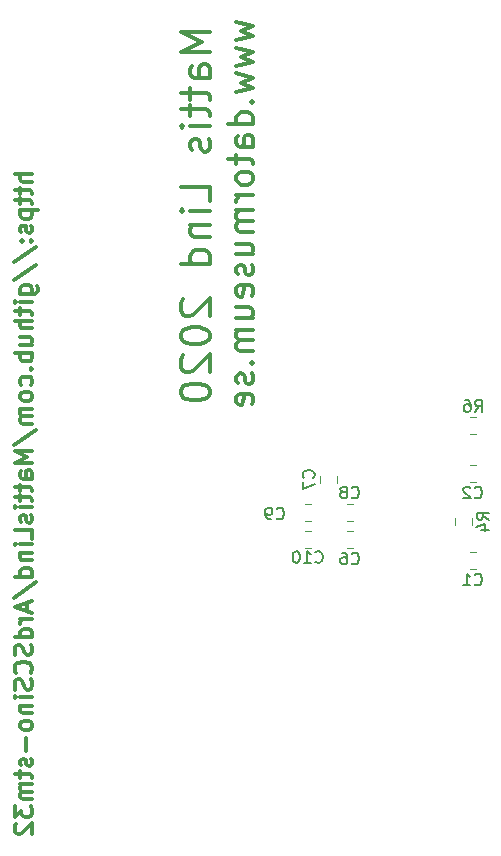
<source format=gbr>
G04 #@! TF.GenerationSoftware,KiCad,Pcbnew,5.0.2-bee76a0~70~ubuntu16.04.1*
G04 #@! TF.CreationDate,2020-12-04T16:37:09+01:00*
G04 #@! TF.ProjectId,STM32SCSISD,53544d33-3253-4435-9349-53442e6b6963,rev?*
G04 #@! TF.SameCoordinates,Original*
G04 #@! TF.FileFunction,Legend,Bot*
G04 #@! TF.FilePolarity,Positive*
%FSLAX46Y46*%
G04 Gerber Fmt 4.6, Leading zero omitted, Abs format (unit mm)*
G04 Created by KiCad (PCBNEW 5.0.2-bee76a0~70~ubuntu16.04.1) date fre  4 dec 2020 16:37:09*
%MOMM*%
%LPD*%
G01*
G04 APERTURE LIST*
%ADD10C,0.300000*%
%ADD11C,0.120000*%
%ADD12C,0.150000*%
G04 APERTURE END LIST*
D10*
X65829571Y-54911142D02*
X64329571Y-54911142D01*
X65829571Y-55554000D02*
X65043857Y-55554000D01*
X64901000Y-55482571D01*
X64829571Y-55339714D01*
X64829571Y-55125428D01*
X64901000Y-54982571D01*
X64972428Y-54911142D01*
X64829571Y-56054000D02*
X64829571Y-56625428D01*
X64329571Y-56268285D02*
X65615285Y-56268285D01*
X65758142Y-56339714D01*
X65829571Y-56482571D01*
X65829571Y-56625428D01*
X64829571Y-56911142D02*
X64829571Y-57482571D01*
X64329571Y-57125428D02*
X65615285Y-57125428D01*
X65758142Y-57196857D01*
X65829571Y-57339714D01*
X65829571Y-57482571D01*
X64829571Y-57982571D02*
X66329571Y-57982571D01*
X64901000Y-57982571D02*
X64829571Y-58125428D01*
X64829571Y-58411142D01*
X64901000Y-58554000D01*
X64972428Y-58625428D01*
X65115285Y-58696857D01*
X65543857Y-58696857D01*
X65686714Y-58625428D01*
X65758142Y-58554000D01*
X65829571Y-58411142D01*
X65829571Y-58125428D01*
X65758142Y-57982571D01*
X65758142Y-59268285D02*
X65829571Y-59411142D01*
X65829571Y-59696857D01*
X65758142Y-59839714D01*
X65615285Y-59911142D01*
X65543857Y-59911142D01*
X65401000Y-59839714D01*
X65329571Y-59696857D01*
X65329571Y-59482571D01*
X65258142Y-59339714D01*
X65115285Y-59268285D01*
X65043857Y-59268285D01*
X64901000Y-59339714D01*
X64829571Y-59482571D01*
X64829571Y-59696857D01*
X64901000Y-59839714D01*
X65686714Y-60554000D02*
X65758142Y-60625428D01*
X65829571Y-60554000D01*
X65758142Y-60482571D01*
X65686714Y-60554000D01*
X65829571Y-60554000D01*
X64901000Y-60554000D02*
X64972428Y-60625428D01*
X65043857Y-60554000D01*
X64972428Y-60482571D01*
X64901000Y-60554000D01*
X65043857Y-60554000D01*
X64258142Y-62339714D02*
X66186714Y-61054000D01*
X64258142Y-63911142D02*
X66186714Y-62625428D01*
X64829571Y-65054000D02*
X66043857Y-65054000D01*
X66186714Y-64982571D01*
X66258142Y-64911142D01*
X66329571Y-64768285D01*
X66329571Y-64554000D01*
X66258142Y-64411142D01*
X65758142Y-65054000D02*
X65829571Y-64911142D01*
X65829571Y-64625428D01*
X65758142Y-64482571D01*
X65686714Y-64411142D01*
X65543857Y-64339714D01*
X65115285Y-64339714D01*
X64972428Y-64411142D01*
X64901000Y-64482571D01*
X64829571Y-64625428D01*
X64829571Y-64911142D01*
X64901000Y-65054000D01*
X65829571Y-65768285D02*
X64829571Y-65768285D01*
X64329571Y-65768285D02*
X64401000Y-65696857D01*
X64472428Y-65768285D01*
X64401000Y-65839714D01*
X64329571Y-65768285D01*
X64472428Y-65768285D01*
X64829571Y-66268285D02*
X64829571Y-66839714D01*
X64329571Y-66482571D02*
X65615285Y-66482571D01*
X65758142Y-66554000D01*
X65829571Y-66696857D01*
X65829571Y-66839714D01*
X65829571Y-67339714D02*
X64329571Y-67339714D01*
X65829571Y-67982571D02*
X65043857Y-67982571D01*
X64901000Y-67911142D01*
X64829571Y-67768285D01*
X64829571Y-67554000D01*
X64901000Y-67411142D01*
X64972428Y-67339714D01*
X64829571Y-69339714D02*
X65829571Y-69339714D01*
X64829571Y-68696857D02*
X65615285Y-68696857D01*
X65758142Y-68768285D01*
X65829571Y-68911142D01*
X65829571Y-69125428D01*
X65758142Y-69268285D01*
X65686714Y-69339714D01*
X65829571Y-70054000D02*
X64329571Y-70054000D01*
X64901000Y-70054000D02*
X64829571Y-70196857D01*
X64829571Y-70482571D01*
X64901000Y-70625428D01*
X64972428Y-70696857D01*
X65115285Y-70768285D01*
X65543857Y-70768285D01*
X65686714Y-70696857D01*
X65758142Y-70625428D01*
X65829571Y-70482571D01*
X65829571Y-70196857D01*
X65758142Y-70054000D01*
X65686714Y-71411142D02*
X65758142Y-71482571D01*
X65829571Y-71411142D01*
X65758142Y-71339714D01*
X65686714Y-71411142D01*
X65829571Y-71411142D01*
X65758142Y-72768285D02*
X65829571Y-72625428D01*
X65829571Y-72339714D01*
X65758142Y-72196857D01*
X65686714Y-72125428D01*
X65543857Y-72054000D01*
X65115285Y-72054000D01*
X64972428Y-72125428D01*
X64901000Y-72196857D01*
X64829571Y-72339714D01*
X64829571Y-72625428D01*
X64901000Y-72768285D01*
X65829571Y-73625428D02*
X65758142Y-73482571D01*
X65686714Y-73411142D01*
X65543857Y-73339714D01*
X65115285Y-73339714D01*
X64972428Y-73411142D01*
X64901000Y-73482571D01*
X64829571Y-73625428D01*
X64829571Y-73839714D01*
X64901000Y-73982571D01*
X64972428Y-74054000D01*
X65115285Y-74125428D01*
X65543857Y-74125428D01*
X65686714Y-74054000D01*
X65758142Y-73982571D01*
X65829571Y-73839714D01*
X65829571Y-73625428D01*
X65829571Y-74768285D02*
X64829571Y-74768285D01*
X64972428Y-74768285D02*
X64901000Y-74839714D01*
X64829571Y-74982571D01*
X64829571Y-75196857D01*
X64901000Y-75339714D01*
X65043857Y-75411142D01*
X65829571Y-75411142D01*
X65043857Y-75411142D02*
X64901000Y-75482571D01*
X64829571Y-75625428D01*
X64829571Y-75839714D01*
X64901000Y-75982571D01*
X65043857Y-76054000D01*
X65829571Y-76054000D01*
X64258142Y-77839714D02*
X66186714Y-76554000D01*
X65829571Y-78339714D02*
X64329571Y-78339714D01*
X65401000Y-78839714D01*
X64329571Y-79339714D01*
X65829571Y-79339714D01*
X65829571Y-80696857D02*
X65043857Y-80696857D01*
X64901000Y-80625428D01*
X64829571Y-80482571D01*
X64829571Y-80196857D01*
X64901000Y-80054000D01*
X65758142Y-80696857D02*
X65829571Y-80554000D01*
X65829571Y-80196857D01*
X65758142Y-80054000D01*
X65615285Y-79982571D01*
X65472428Y-79982571D01*
X65329571Y-80054000D01*
X65258142Y-80196857D01*
X65258142Y-80554000D01*
X65186714Y-80696857D01*
X64829571Y-81196857D02*
X64829571Y-81768285D01*
X64329571Y-81411142D02*
X65615285Y-81411142D01*
X65758142Y-81482571D01*
X65829571Y-81625428D01*
X65829571Y-81768285D01*
X64829571Y-82054000D02*
X64829571Y-82625428D01*
X64329571Y-82268285D02*
X65615285Y-82268285D01*
X65758142Y-82339714D01*
X65829571Y-82482571D01*
X65829571Y-82625428D01*
X65829571Y-83125428D02*
X64829571Y-83125428D01*
X64329571Y-83125428D02*
X64401000Y-83054000D01*
X64472428Y-83125428D01*
X64401000Y-83196857D01*
X64329571Y-83125428D01*
X64472428Y-83125428D01*
X65758142Y-83768285D02*
X65829571Y-83911142D01*
X65829571Y-84196857D01*
X65758142Y-84339714D01*
X65615285Y-84411142D01*
X65543857Y-84411142D01*
X65401000Y-84339714D01*
X65329571Y-84196857D01*
X65329571Y-83982571D01*
X65258142Y-83839714D01*
X65115285Y-83768285D01*
X65043857Y-83768285D01*
X64901000Y-83839714D01*
X64829571Y-83982571D01*
X64829571Y-84196857D01*
X64901000Y-84339714D01*
X65829571Y-85768285D02*
X65829571Y-85054000D01*
X64329571Y-85054000D01*
X65829571Y-86268285D02*
X64829571Y-86268285D01*
X64329571Y-86268285D02*
X64401000Y-86196857D01*
X64472428Y-86268285D01*
X64401000Y-86339714D01*
X64329571Y-86268285D01*
X64472428Y-86268285D01*
X64829571Y-86982571D02*
X65829571Y-86982571D01*
X64972428Y-86982571D02*
X64901000Y-87054000D01*
X64829571Y-87196857D01*
X64829571Y-87411142D01*
X64901000Y-87554000D01*
X65043857Y-87625428D01*
X65829571Y-87625428D01*
X65829571Y-88982571D02*
X64329571Y-88982571D01*
X65758142Y-88982571D02*
X65829571Y-88839714D01*
X65829571Y-88554000D01*
X65758142Y-88411142D01*
X65686714Y-88339714D01*
X65543857Y-88268285D01*
X65115285Y-88268285D01*
X64972428Y-88339714D01*
X64901000Y-88411142D01*
X64829571Y-88554000D01*
X64829571Y-88839714D01*
X64901000Y-88982571D01*
X64258142Y-90768285D02*
X66186714Y-89482571D01*
X65401000Y-91196857D02*
X65401000Y-91911142D01*
X65829571Y-91054000D02*
X64329571Y-91554000D01*
X65829571Y-92054000D01*
X65829571Y-92554000D02*
X64829571Y-92554000D01*
X65115285Y-92554000D02*
X64972428Y-92625428D01*
X64901000Y-92696857D01*
X64829571Y-92839714D01*
X64829571Y-92982571D01*
X65829571Y-94125428D02*
X64329571Y-94125428D01*
X65758142Y-94125428D02*
X65829571Y-93982571D01*
X65829571Y-93696857D01*
X65758142Y-93554000D01*
X65686714Y-93482571D01*
X65543857Y-93411142D01*
X65115285Y-93411142D01*
X64972428Y-93482571D01*
X64901000Y-93554000D01*
X64829571Y-93696857D01*
X64829571Y-93982571D01*
X64901000Y-94125428D01*
X65758142Y-94768285D02*
X65829571Y-94982571D01*
X65829571Y-95339714D01*
X65758142Y-95482571D01*
X65686714Y-95554000D01*
X65543857Y-95625428D01*
X65401000Y-95625428D01*
X65258142Y-95554000D01*
X65186714Y-95482571D01*
X65115285Y-95339714D01*
X65043857Y-95054000D01*
X64972428Y-94911142D01*
X64901000Y-94839714D01*
X64758142Y-94768285D01*
X64615285Y-94768285D01*
X64472428Y-94839714D01*
X64401000Y-94911142D01*
X64329571Y-95054000D01*
X64329571Y-95411142D01*
X64401000Y-95625428D01*
X65686714Y-97125428D02*
X65758142Y-97054000D01*
X65829571Y-96839714D01*
X65829571Y-96696857D01*
X65758142Y-96482571D01*
X65615285Y-96339714D01*
X65472428Y-96268285D01*
X65186714Y-96196857D01*
X64972428Y-96196857D01*
X64686714Y-96268285D01*
X64543857Y-96339714D01*
X64401000Y-96482571D01*
X64329571Y-96696857D01*
X64329571Y-96839714D01*
X64401000Y-97054000D01*
X64472428Y-97125428D01*
X65758142Y-97696857D02*
X65829571Y-97911142D01*
X65829571Y-98268285D01*
X65758142Y-98411142D01*
X65686714Y-98482571D01*
X65543857Y-98554000D01*
X65401000Y-98554000D01*
X65258142Y-98482571D01*
X65186714Y-98411142D01*
X65115285Y-98268285D01*
X65043857Y-97982571D01*
X64972428Y-97839714D01*
X64901000Y-97768285D01*
X64758142Y-97696857D01*
X64615285Y-97696857D01*
X64472428Y-97768285D01*
X64401000Y-97839714D01*
X64329571Y-97982571D01*
X64329571Y-98339714D01*
X64401000Y-98554000D01*
X65829571Y-99196857D02*
X64829571Y-99196857D01*
X64329571Y-99196857D02*
X64401000Y-99125428D01*
X64472428Y-99196857D01*
X64401000Y-99268285D01*
X64329571Y-99196857D01*
X64472428Y-99196857D01*
X64829571Y-99911142D02*
X65829571Y-99911142D01*
X64972428Y-99911142D02*
X64901000Y-99982571D01*
X64829571Y-100125428D01*
X64829571Y-100339714D01*
X64901000Y-100482571D01*
X65043857Y-100554000D01*
X65829571Y-100554000D01*
X65829571Y-101482571D02*
X65758142Y-101339714D01*
X65686714Y-101268285D01*
X65543857Y-101196857D01*
X65115285Y-101196857D01*
X64972428Y-101268285D01*
X64901000Y-101339714D01*
X64829571Y-101482571D01*
X64829571Y-101696857D01*
X64901000Y-101839714D01*
X64972428Y-101911142D01*
X65115285Y-101982571D01*
X65543857Y-101982571D01*
X65686714Y-101911142D01*
X65758142Y-101839714D01*
X65829571Y-101696857D01*
X65829571Y-101482571D01*
X65258142Y-102625428D02*
X65258142Y-103768285D01*
X65758142Y-104411142D02*
X65829571Y-104554000D01*
X65829571Y-104839714D01*
X65758142Y-104982571D01*
X65615285Y-105054000D01*
X65543857Y-105054000D01*
X65401000Y-104982571D01*
X65329571Y-104839714D01*
X65329571Y-104625428D01*
X65258142Y-104482571D01*
X65115285Y-104411142D01*
X65043857Y-104411142D01*
X64901000Y-104482571D01*
X64829571Y-104625428D01*
X64829571Y-104839714D01*
X64901000Y-104982571D01*
X64829571Y-105482571D02*
X64829571Y-106054000D01*
X64329571Y-105696857D02*
X65615285Y-105696857D01*
X65758142Y-105768285D01*
X65829571Y-105911142D01*
X65829571Y-106054000D01*
X65829571Y-106554000D02*
X64829571Y-106554000D01*
X64972428Y-106554000D02*
X64901000Y-106625428D01*
X64829571Y-106768285D01*
X64829571Y-106982571D01*
X64901000Y-107125428D01*
X65043857Y-107196857D01*
X65829571Y-107196857D01*
X65043857Y-107196857D02*
X64901000Y-107268285D01*
X64829571Y-107411142D01*
X64829571Y-107625428D01*
X64901000Y-107768285D01*
X65043857Y-107839714D01*
X65829571Y-107839714D01*
X64329571Y-108411142D02*
X64329571Y-109339714D01*
X64901000Y-108839714D01*
X64901000Y-109054000D01*
X64972428Y-109196857D01*
X65043857Y-109268285D01*
X65186714Y-109339714D01*
X65543857Y-109339714D01*
X65686714Y-109268285D01*
X65758142Y-109196857D01*
X65829571Y-109054000D01*
X65829571Y-108625428D01*
X65758142Y-108482571D01*
X65686714Y-108411142D01*
X64472428Y-109911142D02*
X64401000Y-109982571D01*
X64329571Y-110125428D01*
X64329571Y-110482571D01*
X64401000Y-110625428D01*
X64472428Y-110696857D01*
X64615285Y-110768285D01*
X64758142Y-110768285D01*
X64972428Y-110696857D01*
X65829571Y-109839714D01*
X65829571Y-110768285D01*
X83116000Y-41993000D02*
X84516000Y-42393000D01*
X83516000Y-42793000D01*
X84516000Y-43193000D01*
X83116000Y-43593000D01*
X83116000Y-44193000D02*
X84516000Y-44593000D01*
X83516000Y-44993000D01*
X84516000Y-45393000D01*
X83116000Y-45793000D01*
X83116000Y-46393000D02*
X84516000Y-46793000D01*
X83516000Y-47193000D01*
X84516000Y-47593000D01*
X83116000Y-47993000D01*
X84316000Y-48793000D02*
X84416000Y-48893000D01*
X84516000Y-48793000D01*
X84416000Y-48693000D01*
X84316000Y-48793000D01*
X84516000Y-48793000D01*
X84516000Y-50693000D02*
X82416000Y-50693000D01*
X84416000Y-50693000D02*
X84516000Y-50493000D01*
X84516000Y-50093000D01*
X84416000Y-49893000D01*
X84316000Y-49793000D01*
X84116000Y-49693000D01*
X83516000Y-49693000D01*
X83316000Y-49793000D01*
X83216000Y-49893000D01*
X83116000Y-50093000D01*
X83116000Y-50493000D01*
X83216000Y-50693000D01*
X84516000Y-52593000D02*
X83416000Y-52593000D01*
X83216000Y-52493000D01*
X83116000Y-52293000D01*
X83116000Y-51893000D01*
X83216000Y-51693000D01*
X84416000Y-52593000D02*
X84516000Y-52393000D01*
X84516000Y-51893000D01*
X84416000Y-51693000D01*
X84216000Y-51593000D01*
X84016000Y-51593000D01*
X83816000Y-51693000D01*
X83716000Y-51893000D01*
X83716000Y-52393000D01*
X83616000Y-52593000D01*
X83116000Y-53293000D02*
X83116000Y-54093000D01*
X82416000Y-53593000D02*
X84216000Y-53593000D01*
X84416000Y-53693000D01*
X84516000Y-53893000D01*
X84516000Y-54093000D01*
X84516000Y-55093000D02*
X84416000Y-54893000D01*
X84316000Y-54793000D01*
X84116000Y-54693000D01*
X83516000Y-54693000D01*
X83316000Y-54793000D01*
X83216000Y-54893000D01*
X83116000Y-55093000D01*
X83116000Y-55393000D01*
X83216000Y-55593000D01*
X83316000Y-55693000D01*
X83516000Y-55793000D01*
X84116000Y-55793000D01*
X84316000Y-55693000D01*
X84416000Y-55593000D01*
X84516000Y-55393000D01*
X84516000Y-55093000D01*
X84516000Y-56693000D02*
X83116000Y-56693000D01*
X83516000Y-56693000D02*
X83316000Y-56793000D01*
X83216000Y-56893000D01*
X83116000Y-57093000D01*
X83116000Y-57293000D01*
X84516000Y-57993000D02*
X83116000Y-57993000D01*
X83316000Y-57993000D02*
X83216000Y-58093000D01*
X83116000Y-58293000D01*
X83116000Y-58593000D01*
X83216000Y-58793000D01*
X83416000Y-58893000D01*
X84516000Y-58893000D01*
X83416000Y-58893000D02*
X83216000Y-58993000D01*
X83116000Y-59193000D01*
X83116000Y-59493000D01*
X83216000Y-59693000D01*
X83416000Y-59793000D01*
X84516000Y-59793000D01*
X83116000Y-61693000D02*
X84516000Y-61693000D01*
X83116000Y-60793000D02*
X84216000Y-60793000D01*
X84416000Y-60893000D01*
X84516000Y-61093000D01*
X84516000Y-61393000D01*
X84416000Y-61593000D01*
X84316000Y-61693000D01*
X84416000Y-62593000D02*
X84516000Y-62793000D01*
X84516000Y-63193000D01*
X84416000Y-63393000D01*
X84216000Y-63493000D01*
X84116000Y-63493000D01*
X83916000Y-63393000D01*
X83816000Y-63193000D01*
X83816000Y-62893000D01*
X83716000Y-62693000D01*
X83516000Y-62593000D01*
X83416000Y-62593000D01*
X83216000Y-62693000D01*
X83116000Y-62893000D01*
X83116000Y-63193000D01*
X83216000Y-63393000D01*
X84416000Y-65193000D02*
X84516000Y-64993000D01*
X84516000Y-64593000D01*
X84416000Y-64393000D01*
X84216000Y-64293000D01*
X83416000Y-64293000D01*
X83216000Y-64393000D01*
X83116000Y-64593000D01*
X83116000Y-64993000D01*
X83216000Y-65193000D01*
X83416000Y-65293000D01*
X83616000Y-65293000D01*
X83816000Y-64293000D01*
X83116000Y-67093000D02*
X84516000Y-67093000D01*
X83116000Y-66193000D02*
X84216000Y-66193000D01*
X84416000Y-66293000D01*
X84516000Y-66493000D01*
X84516000Y-66793000D01*
X84416000Y-66993000D01*
X84316000Y-67093000D01*
X84516000Y-68093000D02*
X83116000Y-68093000D01*
X83316000Y-68093000D02*
X83216000Y-68193000D01*
X83116000Y-68393000D01*
X83116000Y-68693000D01*
X83216000Y-68893000D01*
X83416000Y-68993000D01*
X84516000Y-68993000D01*
X83416000Y-68993000D02*
X83216000Y-69093000D01*
X83116000Y-69293000D01*
X83116000Y-69593000D01*
X83216000Y-69793000D01*
X83416000Y-69893000D01*
X84516000Y-69893000D01*
X84316000Y-70893000D02*
X84416000Y-70993000D01*
X84516000Y-70893000D01*
X84416000Y-70793000D01*
X84316000Y-70893000D01*
X84516000Y-70893000D01*
X84416000Y-71793000D02*
X84516000Y-71993000D01*
X84516000Y-72393000D01*
X84416000Y-72593000D01*
X84216000Y-72693000D01*
X84116000Y-72693000D01*
X83916000Y-72593000D01*
X83816000Y-72393000D01*
X83816000Y-72093000D01*
X83716000Y-71893000D01*
X83516000Y-71793000D01*
X83416000Y-71793000D01*
X83216000Y-71893000D01*
X83116000Y-72093000D01*
X83116000Y-72393000D01*
X83216000Y-72593000D01*
X84416000Y-74393000D02*
X84516000Y-74192999D01*
X84516000Y-73793000D01*
X84416000Y-73593000D01*
X84216000Y-73493000D01*
X83416000Y-73493000D01*
X83216000Y-73593000D01*
X83116000Y-73793000D01*
X83116000Y-74192999D01*
X83216000Y-74393000D01*
X83416000Y-74493000D01*
X83616000Y-74493000D01*
X83816000Y-73493000D01*
X80886952Y-42884285D02*
X78386952Y-42884285D01*
X80172666Y-43717619D01*
X78386952Y-44550952D01*
X80886952Y-44550952D01*
X80886952Y-46812857D02*
X79577428Y-46812857D01*
X79339333Y-46693809D01*
X79220285Y-46455714D01*
X79220285Y-45979523D01*
X79339333Y-45741428D01*
X80767904Y-46812857D02*
X80886952Y-46574761D01*
X80886952Y-45979523D01*
X80767904Y-45741428D01*
X80529809Y-45622380D01*
X80291714Y-45622380D01*
X80053619Y-45741428D01*
X79934571Y-45979523D01*
X79934571Y-46574761D01*
X79815523Y-46812857D01*
X79220285Y-47646190D02*
X79220285Y-48598571D01*
X78386952Y-48003333D02*
X80529809Y-48003333D01*
X80767904Y-48122380D01*
X80886952Y-48360476D01*
X80886952Y-48598571D01*
X79220285Y-49074761D02*
X79220285Y-50027142D01*
X78386952Y-49431904D02*
X80529809Y-49431904D01*
X80767904Y-49550952D01*
X80886952Y-49789047D01*
X80886952Y-50027142D01*
X80886952Y-50860476D02*
X79220285Y-50860476D01*
X78386952Y-50860476D02*
X78506000Y-50741428D01*
X78625047Y-50860476D01*
X78506000Y-50979523D01*
X78386952Y-50860476D01*
X78625047Y-50860476D01*
X80767904Y-51931904D02*
X80886952Y-52170000D01*
X80886952Y-52646190D01*
X80767904Y-52884285D01*
X80529809Y-53003333D01*
X80410761Y-53003333D01*
X80172666Y-52884285D01*
X80053619Y-52646190D01*
X80053619Y-52289047D01*
X79934571Y-52050952D01*
X79696476Y-51931904D01*
X79577428Y-51931904D01*
X79339333Y-52050952D01*
X79220285Y-52289047D01*
X79220285Y-52646190D01*
X79339333Y-52884285D01*
X80886952Y-57170000D02*
X80886952Y-55979523D01*
X78386952Y-55979523D01*
X80886952Y-58003333D02*
X79220285Y-58003333D01*
X78386952Y-58003333D02*
X78506000Y-57884285D01*
X78625047Y-58003333D01*
X78506000Y-58122380D01*
X78386952Y-58003333D01*
X78625047Y-58003333D01*
X79220285Y-59193809D02*
X80886952Y-59193809D01*
X79458380Y-59193809D02*
X79339333Y-59312857D01*
X79220285Y-59550952D01*
X79220285Y-59908095D01*
X79339333Y-60146190D01*
X79577428Y-60265238D01*
X80886952Y-60265238D01*
X80886952Y-62527142D02*
X78386952Y-62527142D01*
X80767904Y-62527142D02*
X80886952Y-62289047D01*
X80886952Y-61812857D01*
X80767904Y-61574761D01*
X80648857Y-61455714D01*
X80410761Y-61336666D01*
X79696476Y-61336666D01*
X79458380Y-61455714D01*
X79339333Y-61574761D01*
X79220285Y-61812857D01*
X79220285Y-62289047D01*
X79339333Y-62527142D01*
X78625047Y-65503333D02*
X78506000Y-65622380D01*
X78386952Y-65860476D01*
X78386952Y-66455714D01*
X78506000Y-66693809D01*
X78625047Y-66812857D01*
X78863142Y-66931904D01*
X79101238Y-66931904D01*
X79458380Y-66812857D01*
X80886952Y-65384285D01*
X80886952Y-66931904D01*
X78386952Y-68479523D02*
X78386952Y-68717619D01*
X78506000Y-68955714D01*
X78625047Y-69074761D01*
X78863142Y-69193809D01*
X79339333Y-69312857D01*
X79934571Y-69312857D01*
X80410761Y-69193809D01*
X80648857Y-69074761D01*
X80767904Y-68955714D01*
X80886952Y-68717619D01*
X80886952Y-68479523D01*
X80767904Y-68241428D01*
X80648857Y-68122380D01*
X80410761Y-68003333D01*
X79934571Y-67884285D01*
X79339333Y-67884285D01*
X78863142Y-68003333D01*
X78625047Y-68122380D01*
X78506000Y-68241428D01*
X78386952Y-68479523D01*
X78625047Y-70265238D02*
X78506000Y-70384285D01*
X78386952Y-70622380D01*
X78386952Y-71217619D01*
X78506000Y-71455714D01*
X78625047Y-71574761D01*
X78863142Y-71693809D01*
X79101238Y-71693809D01*
X79458380Y-71574761D01*
X80886952Y-70146190D01*
X80886952Y-71693809D01*
X78386952Y-73241428D02*
X78386952Y-73479523D01*
X78506000Y-73717619D01*
X78625047Y-73836666D01*
X78863142Y-73955714D01*
X79339333Y-74074761D01*
X79934571Y-74074761D01*
X80410761Y-73955714D01*
X80648857Y-73836666D01*
X80767904Y-73717619D01*
X80886952Y-73479523D01*
X80886952Y-73241428D01*
X80767904Y-73003333D01*
X80648857Y-72884285D01*
X80410761Y-72765238D01*
X79934571Y-72646190D01*
X79339333Y-72646190D01*
X78863142Y-72765238D01*
X78625047Y-72884285D01*
X78506000Y-73003333D01*
X78386952Y-73241428D01*
D11*
G04 #@! TO.C,C1*
X102865422Y-88340000D02*
X103382578Y-88340000D01*
X102865422Y-86920000D02*
X103382578Y-86920000D01*
G04 #@! TO.C,C2*
X102865422Y-79554000D02*
X103382578Y-79554000D01*
X102865422Y-80974000D02*
X103382578Y-80974000D01*
G04 #@! TO.C,C6*
X92968578Y-86562000D02*
X92451422Y-86562000D01*
X92968578Y-85142000D02*
X92451422Y-85142000D01*
G04 #@! TO.C,C7*
X90222000Y-80513422D02*
X90222000Y-81030578D01*
X91642000Y-80513422D02*
X91642000Y-81030578D01*
G04 #@! TO.C,C8*
X92968578Y-84276000D02*
X92451422Y-84276000D01*
X92968578Y-82856000D02*
X92451422Y-82856000D01*
G04 #@! TO.C,C9*
X88895422Y-84276000D02*
X89412578Y-84276000D01*
X88895422Y-82856000D02*
X89412578Y-82856000D01*
G04 #@! TO.C,C10*
X88895422Y-85142000D02*
X89412578Y-85142000D01*
X88895422Y-86562000D02*
X89412578Y-86562000D01*
G04 #@! TO.C,R4*
X103072000Y-84589252D02*
X103072000Y-84066748D01*
X101652000Y-84589252D02*
X101652000Y-84066748D01*
G04 #@! TO.C,R6*
X103410652Y-76935400D02*
X102888148Y-76935400D01*
X103410652Y-75515400D02*
X102888148Y-75515400D01*
G04 #@! TO.C,C1*
D12*
X103290666Y-89637142D02*
X103338285Y-89684761D01*
X103481142Y-89732380D01*
X103576380Y-89732380D01*
X103719238Y-89684761D01*
X103814476Y-89589523D01*
X103862095Y-89494285D01*
X103909714Y-89303809D01*
X103909714Y-89160952D01*
X103862095Y-88970476D01*
X103814476Y-88875238D01*
X103719238Y-88780000D01*
X103576380Y-88732380D01*
X103481142Y-88732380D01*
X103338285Y-88780000D01*
X103290666Y-88827619D01*
X102338285Y-89732380D02*
X102909714Y-89732380D01*
X102624000Y-89732380D02*
X102624000Y-88732380D01*
X102719238Y-88875238D01*
X102814476Y-88970476D01*
X102909714Y-89018095D01*
G04 #@! TO.C,C2*
X103290666Y-82271142D02*
X103338285Y-82318761D01*
X103481142Y-82366380D01*
X103576380Y-82366380D01*
X103719238Y-82318761D01*
X103814476Y-82223523D01*
X103862095Y-82128285D01*
X103909714Y-81937809D01*
X103909714Y-81794952D01*
X103862095Y-81604476D01*
X103814476Y-81509238D01*
X103719238Y-81414000D01*
X103576380Y-81366380D01*
X103481142Y-81366380D01*
X103338285Y-81414000D01*
X103290666Y-81461619D01*
X102909714Y-81461619D02*
X102862095Y-81414000D01*
X102766857Y-81366380D01*
X102528761Y-81366380D01*
X102433523Y-81414000D01*
X102385904Y-81461619D01*
X102338285Y-81556857D01*
X102338285Y-81652095D01*
X102385904Y-81794952D01*
X102957333Y-82366380D01*
X102338285Y-82366380D01*
G04 #@! TO.C,C6*
X92876666Y-87860142D02*
X92924285Y-87907761D01*
X93067142Y-87955380D01*
X93162380Y-87955380D01*
X93305238Y-87907761D01*
X93400476Y-87812523D01*
X93448095Y-87717285D01*
X93495714Y-87526809D01*
X93495714Y-87383952D01*
X93448095Y-87193476D01*
X93400476Y-87098238D01*
X93305238Y-87003000D01*
X93162380Y-86955380D01*
X93067142Y-86955380D01*
X92924285Y-87003000D01*
X92876666Y-87050619D01*
X92019523Y-86955380D02*
X92210000Y-86955380D01*
X92305238Y-87003000D01*
X92352857Y-87050619D01*
X92448095Y-87193476D01*
X92495714Y-87383952D01*
X92495714Y-87764904D01*
X92448095Y-87860142D01*
X92400476Y-87907761D01*
X92305238Y-87955380D01*
X92114761Y-87955380D01*
X92019523Y-87907761D01*
X91971904Y-87860142D01*
X91924285Y-87764904D01*
X91924285Y-87526809D01*
X91971904Y-87431571D01*
X92019523Y-87383952D01*
X92114761Y-87336333D01*
X92305238Y-87336333D01*
X92400476Y-87383952D01*
X92448095Y-87431571D01*
X92495714Y-87526809D01*
G04 #@! TO.C,C7*
X89639142Y-80605333D02*
X89686761Y-80557714D01*
X89734380Y-80414857D01*
X89734380Y-80319619D01*
X89686761Y-80176761D01*
X89591523Y-80081523D01*
X89496285Y-80033904D01*
X89305809Y-79986285D01*
X89162952Y-79986285D01*
X88972476Y-80033904D01*
X88877238Y-80081523D01*
X88782000Y-80176761D01*
X88734380Y-80319619D01*
X88734380Y-80414857D01*
X88782000Y-80557714D01*
X88829619Y-80605333D01*
X88734380Y-80938666D02*
X88734380Y-81605333D01*
X89734380Y-81176761D01*
G04 #@! TO.C,C8*
X92876666Y-82273142D02*
X92924285Y-82320761D01*
X93067142Y-82368380D01*
X93162380Y-82368380D01*
X93305238Y-82320761D01*
X93400476Y-82225523D01*
X93448095Y-82130285D01*
X93495714Y-81939809D01*
X93495714Y-81796952D01*
X93448095Y-81606476D01*
X93400476Y-81511238D01*
X93305238Y-81416000D01*
X93162380Y-81368380D01*
X93067142Y-81368380D01*
X92924285Y-81416000D01*
X92876666Y-81463619D01*
X92305238Y-81796952D02*
X92400476Y-81749333D01*
X92448095Y-81701714D01*
X92495714Y-81606476D01*
X92495714Y-81558857D01*
X92448095Y-81463619D01*
X92400476Y-81416000D01*
X92305238Y-81368380D01*
X92114761Y-81368380D01*
X92019523Y-81416000D01*
X91971904Y-81463619D01*
X91924285Y-81558857D01*
X91924285Y-81606476D01*
X91971904Y-81701714D01*
X92019523Y-81749333D01*
X92114761Y-81796952D01*
X92305238Y-81796952D01*
X92400476Y-81844571D01*
X92448095Y-81892190D01*
X92495714Y-81987428D01*
X92495714Y-82177904D01*
X92448095Y-82273142D01*
X92400476Y-82320761D01*
X92305238Y-82368380D01*
X92114761Y-82368380D01*
X92019523Y-82320761D01*
X91971904Y-82273142D01*
X91924285Y-82177904D01*
X91924285Y-81987428D01*
X91971904Y-81892190D01*
X92019523Y-81844571D01*
X92114761Y-81796952D01*
G04 #@! TO.C,C9*
X86526666Y-84050142D02*
X86574285Y-84097761D01*
X86717142Y-84145380D01*
X86812380Y-84145380D01*
X86955238Y-84097761D01*
X87050476Y-84002523D01*
X87098095Y-83907285D01*
X87145714Y-83716809D01*
X87145714Y-83573952D01*
X87098095Y-83383476D01*
X87050476Y-83288238D01*
X86955238Y-83193000D01*
X86812380Y-83145380D01*
X86717142Y-83145380D01*
X86574285Y-83193000D01*
X86526666Y-83240619D01*
X86050476Y-84145380D02*
X85860000Y-84145380D01*
X85764761Y-84097761D01*
X85717142Y-84050142D01*
X85621904Y-83907285D01*
X85574285Y-83716809D01*
X85574285Y-83335857D01*
X85621904Y-83240619D01*
X85669523Y-83193000D01*
X85764761Y-83145380D01*
X85955238Y-83145380D01*
X86050476Y-83193000D01*
X86098095Y-83240619D01*
X86145714Y-83335857D01*
X86145714Y-83573952D01*
X86098095Y-83669190D01*
X86050476Y-83716809D01*
X85955238Y-83764428D01*
X85764761Y-83764428D01*
X85669523Y-83716809D01*
X85621904Y-83669190D01*
X85574285Y-83573952D01*
G04 #@! TO.C,C10*
X89796857Y-87733142D02*
X89844476Y-87780761D01*
X89987333Y-87828380D01*
X90082571Y-87828380D01*
X90225428Y-87780761D01*
X90320666Y-87685523D01*
X90368285Y-87590285D01*
X90415904Y-87399809D01*
X90415904Y-87256952D01*
X90368285Y-87066476D01*
X90320666Y-86971238D01*
X90225428Y-86876000D01*
X90082571Y-86828380D01*
X89987333Y-86828380D01*
X89844476Y-86876000D01*
X89796857Y-86923619D01*
X88844476Y-87828380D02*
X89415904Y-87828380D01*
X89130190Y-87828380D02*
X89130190Y-86828380D01*
X89225428Y-86971238D01*
X89320666Y-87066476D01*
X89415904Y-87114095D01*
X88225428Y-86828380D02*
X88130190Y-86828380D01*
X88034952Y-86876000D01*
X87987333Y-86923619D01*
X87939714Y-87018857D01*
X87892095Y-87209333D01*
X87892095Y-87447428D01*
X87939714Y-87637904D01*
X87987333Y-87733142D01*
X88034952Y-87780761D01*
X88130190Y-87828380D01*
X88225428Y-87828380D01*
X88320666Y-87780761D01*
X88368285Y-87733142D01*
X88415904Y-87637904D01*
X88463523Y-87447428D01*
X88463523Y-87209333D01*
X88415904Y-87018857D01*
X88368285Y-86923619D01*
X88320666Y-86876000D01*
X88225428Y-86828380D01*
G04 #@! TO.C,R4*
X104464380Y-84161333D02*
X103988190Y-83828000D01*
X104464380Y-83589904D02*
X103464380Y-83589904D01*
X103464380Y-83970857D01*
X103512000Y-84066095D01*
X103559619Y-84113714D01*
X103654857Y-84161333D01*
X103797714Y-84161333D01*
X103892952Y-84113714D01*
X103940571Y-84066095D01*
X103988190Y-83970857D01*
X103988190Y-83589904D01*
X103797714Y-85018476D02*
X104464380Y-85018476D01*
X103416761Y-84780380D02*
X104131047Y-84542285D01*
X104131047Y-85161333D01*
G04 #@! TO.C,R6*
X103316066Y-75027780D02*
X103649400Y-74551590D01*
X103887495Y-75027780D02*
X103887495Y-74027780D01*
X103506542Y-74027780D01*
X103411304Y-74075400D01*
X103363685Y-74123019D01*
X103316066Y-74218257D01*
X103316066Y-74361114D01*
X103363685Y-74456352D01*
X103411304Y-74503971D01*
X103506542Y-74551590D01*
X103887495Y-74551590D01*
X102458923Y-74027780D02*
X102649400Y-74027780D01*
X102744638Y-74075400D01*
X102792257Y-74123019D01*
X102887495Y-74265876D01*
X102935114Y-74456352D01*
X102935114Y-74837304D01*
X102887495Y-74932542D01*
X102839876Y-74980161D01*
X102744638Y-75027780D01*
X102554161Y-75027780D01*
X102458923Y-74980161D01*
X102411304Y-74932542D01*
X102363685Y-74837304D01*
X102363685Y-74599209D01*
X102411304Y-74503971D01*
X102458923Y-74456352D01*
X102554161Y-74408733D01*
X102744638Y-74408733D01*
X102839876Y-74456352D01*
X102887495Y-74503971D01*
X102935114Y-74599209D01*
G04 #@! TD*
M02*

</source>
